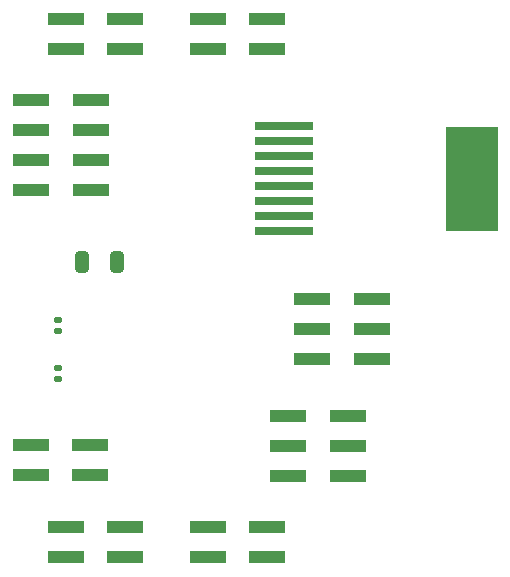
<source format=gbr>
%TF.GenerationSoftware,KiCad,Pcbnew,8.0.7*%
%TF.CreationDate,2025-01-13T22:24:01+01:00*%
%TF.ProjectId,circuit,63697263-7569-4742-9e6b-696361645f70,v1.1.0*%
%TF.SameCoordinates,Original*%
%TF.FileFunction,Paste,Top*%
%TF.FilePolarity,Positive*%
%FSLAX46Y46*%
G04 Gerber Fmt 4.6, Leading zero omitted, Abs format (unit mm)*
G04 Created by KiCad (PCBNEW 8.0.7) date 2025-01-13 22:24:01*
%MOMM*%
%LPD*%
G01*
G04 APERTURE LIST*
G04 Aperture macros list*
%AMRoundRect*
0 Rectangle with rounded corners*
0 $1 Rounding radius*
0 $2 $3 $4 $5 $6 $7 $8 $9 X,Y pos of 4 corners*
0 Add a 4 corners polygon primitive as box body*
4,1,4,$2,$3,$4,$5,$6,$7,$8,$9,$2,$3,0*
0 Add four circle primitives for the rounded corners*
1,1,$1+$1,$2,$3*
1,1,$1+$1,$4,$5*
1,1,$1+$1,$6,$7*
1,1,$1+$1,$8,$9*
0 Add four rect primitives between the rounded corners*
20,1,$1+$1,$2,$3,$4,$5,0*
20,1,$1+$1,$4,$5,$6,$7,0*
20,1,$1+$1,$6,$7,$8,$9,0*
20,1,$1+$1,$8,$9,$2,$3,0*%
G04 Aperture macros list end*
%ADD10R,3.150000X1.000000*%
%ADD11RoundRect,0.140000X0.170000X-0.140000X0.170000X0.140000X-0.170000X0.140000X-0.170000X-0.140000X0*%
%ADD12RoundRect,0.140000X-0.170000X0.140000X-0.170000X-0.140000X0.170000X-0.140000X0.170000X0.140000X0*%
%ADD13R,5.000000X0.760000*%
%ADD14R,4.500000X8.800000*%
%ADD15RoundRect,0.250000X-0.325000X-0.650000X0.325000X-0.650000X0.325000X0.650000X-0.325000X0.650000X0*%
G04 APERTURE END LIST*
D10*
%TO.C,J1.3*%
X222475000Y-89730000D03*
X227525000Y-89730000D03*
X222475000Y-92270000D03*
X227525000Y-92270000D03*
%TD*%
D11*
%TO.C,C2*%
X221830000Y-77180000D03*
X221830000Y-76220000D03*
%TD*%
D10*
%TO.C,J3*%
X219510000Y-82720000D03*
X224560000Y-82720000D03*
X219510000Y-85260000D03*
X224560000Y-85260000D03*
%TD*%
%TO.C,J5*%
X243350000Y-70400000D03*
X248400000Y-70400000D03*
X243350000Y-72940000D03*
X248400000Y-72940000D03*
X243350000Y-75480000D03*
X248400000Y-75480000D03*
%TD*%
D12*
%TO.C,C1*%
X221820000Y-72150000D03*
X221820000Y-73110000D03*
%TD*%
D13*
%TO.C,J4*%
X240920000Y-64645000D03*
X240920000Y-63375000D03*
X240920000Y-62105000D03*
X240920000Y-60835000D03*
X240920000Y-59565000D03*
X240920000Y-58295000D03*
X240920000Y-57025000D03*
X240920000Y-55755000D03*
D14*
X256850000Y-60200000D03*
%TD*%
D10*
%TO.C,J2*%
X246350000Y-85400000D03*
X241300000Y-85400000D03*
X246350000Y-82860000D03*
X241300000Y-82860000D03*
X246350000Y-80320000D03*
X241300000Y-80320000D03*
%TD*%
%TO.C,J1.2*%
X234475000Y-46730000D03*
X239525000Y-46730000D03*
X234475000Y-49270000D03*
X239525000Y-49270000D03*
%TD*%
%TO.C,J1.4*%
X239525000Y-92270000D03*
X234475000Y-92270000D03*
X239525000Y-89730000D03*
X234475000Y-89730000D03*
%TD*%
%TO.C,J1*%
X219550000Y-53535000D03*
X224600000Y-53535000D03*
X219550000Y-56075000D03*
X224600000Y-56075000D03*
X219550000Y-58615000D03*
X224600000Y-58615000D03*
X219550000Y-61155000D03*
X224600000Y-61155000D03*
%TD*%
D15*
%TO.C,C3*%
X223850000Y-67300000D03*
X226800000Y-67300000D03*
%TD*%
D10*
%TO.C,J1.1*%
X222475000Y-46730000D03*
X227525000Y-46730000D03*
X222475000Y-49270000D03*
X227525000Y-49270000D03*
%TD*%
M02*

</source>
